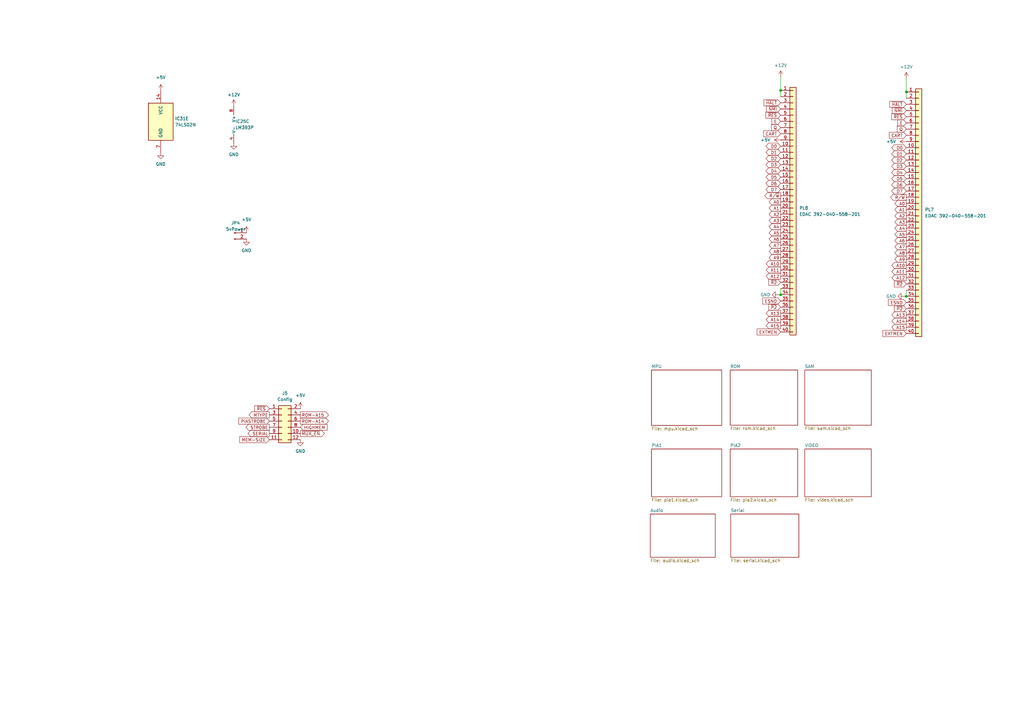
<source format=kicad_sch>
(kicad_sch (version 20250114) (generator "eeschema") (generator_version "9.0")
  (paper "A3")
  (title_block (title "Dragon 32 CPU UK PAL") (date "2023-05-25") (rev "3.0") (company "Dragon Data") (comment 1 "Recreation by Julian Brown"))
  (lib_symbols
    (symbol "74xx:74LS02" (pin_names (offset 1.016))
      (property "Reference" "U" (at 0 1.27 0))
      (property "Value" "74LS02" (at 0 -1.27 0))
      (symbol "74LS02_1_1"
        (arc (start -3.81 3.81) (mid -2.589 0) (end -3.81 -3.81) (stroke (width 0.254)))
        (polyline (pts (xy -3.81 3.81) (xy -0.635 3.81)) (stroke (width 0.254)) (fill (type background)))
        (polyline (pts (xy -3.81 -3.81) (xy -0.635 -3.81)) (stroke (width 0.254)) (fill (type background)))
        (arc (start 3.81 0) (mid 2.1855 -2.584) (end -0.6096 -3.81) (stroke (width 0.254)) (fill (type background)))
        (arc (start -0.6096 3.81) (mid 2.1929 2.5925) (end 3.81 0) (stroke (width 0.254)) (fill (type background)))
        (polyline (pts (xy -0.635 3.81) (xy -3.81 3.81) (xy -3.81 3.81) (xy -3.556 3.4036) (xy -3.0226 2.2606) (xy -2.6924 1.0414) (xy -2.6162 -0.254) (xy -2.7686 -1.4986) (xy -3.175 -2.7178) (xy -3.81 -3.81) (xy -3.81 -3.81) (xy -0.635 -3.81)) (stroke (width -25.4)) (fill (type background)))
        (pin input line (at -7.62 2.54 0) (length 4.318) (name "~") (number "2"))
        (pin input line (at -7.62 -2.54 0) (length 4.318) (name "~") (number "3"))
        (pin output inverted (at 7.62 0 180) (length 3.81) (name "~") (number "1"))
      )
      (symbol "74LS02_1_2"
        (arc (start 0 3.81) (mid 3.7934 0) (end 0 -3.81) (stroke (width 0.254)) (fill (type background)))
        (polyline (pts (xy 0 3.81) (xy -3.81 3.81) (xy -3.81 -3.81) (xy 0 -3.81)) (stroke (width 0.254)) (fill (type background)))
        (pin input inverted (at -7.62 2.54 0) (length 3.81) (name "~") (number "2"))
        (pin input inverted (at -7.62 -2.54 0) (length 3.81) (name "~") (number "3"))
        (pin output line (at 7.62 0 180) (length 3.81) (name "~") (number "1"))
      )
      (symbol "74LS02_2_1"
        (arc (start -3.81 3.81) (mid -2.589 0) (end -3.81 -3.81) (stroke (width 0.254)))
        (polyline (pts (xy -3.81 3.81) (xy -0.635 3.81)) (stroke (width 0.254)) (fill (type background)))
        (polyline (pts (xy -3.81 -3.81) (xy -0.635 -3.81)) (stroke (width 0.254)) (fill (type background)))
        (arc (start 3.81 0) (mid 2.1855 -2.584) (end -0.6096 -3.81) (stroke (width 0.254)) (fill (type background)))
        (arc (start -0.6096 3.81) (mid 2.1929 2.5925) (end 3.81 0) (stroke (width 0.254)) (fill (type background)))
        (polyline (pts (xy -0.635 3.81) (xy -3.81 3.81) (xy -3.81 3.81) (xy -3.556 3.4036) (xy -3.0226 2.2606) (xy -2.6924 1.0414) (xy -2.6162 -0.254) (xy -2.7686 -1.4986) (xy -3.175 -2.7178) (xy -3.81 -3.81) (xy -3.81 -3.81) (xy -0.635 -3.81)) (stroke (width -25.4)) (fill (type background)))
        (pin input line (at -7.62 2.54 0) (length 4.318) (name "~") (number "5"))
        (pin input line (at -7.62 -2.54 0) (length 4.318) (name "~") (number "6"))
        (pin output inverted (at 7.62 0 180) (length 3.81) (name "~") (number "4"))
      )
      (symbol "74LS02_2_2"
        (arc (start 0 3.81) (mid 3.7934 0) (end 0 -3.81) (stroke (width 0.254)) (fill (type background)))
        (polyline (pts (xy 0 3.81) (xy -3.81 3.81) (xy -3.81 -3.81) (xy 0 -3.81)) (stroke (width 0.254)) (fill (type background)))
        (pin input inverted (at -7.62 2.54 0) (length 3.81) (name "~") (number "5"))
        (pin input inverted (at -7.62 -2.54 0) (length 3.81) (name "~") (number "6"))
        (pin output line (at 7.62 0 180) (length 3.81) (name "~") (number "4"))
      )
      (symbol "74LS02_3_1"
        (arc (start -3.81 3.81) (mid -2.589 0) (end -3.81 -3.81) (stroke (width 0.254)))
        (polyline (pts (xy -3.81 3.81) (xy -0.635 3.81)) (stroke (width 0.254)) (fill (type background)))
        (polyline (pts (xy -3.81 -3.81) (xy -0.635 -3.81)) (stroke (width 0.254)) (fill (type background)))
        (arc (start 3.81 0) (mid 2.1855 -2.584) (end -0.6096 -3.81) (stroke (width 0.254)) (fill (type background)))
        (arc (start -0.6096 3.81) (mid 2.1929 2.5925) (end 3.81 0) (stroke (width 0.254)) (fill (type background)))
        (polyline (pts (xy -0.635 3.81) (xy -3.81 3.81) (xy -3.81 3.81) (xy -3.556 3.4036) (xy -3.0226 2.2606) (xy -2.6924 1.0414) (xy -2.6162 -0.254) (xy -2.7686 -1.4986) (xy -3.175 -2.7178) (xy -3.81 -3.81) (xy -3.81 -3.81) (xy -0.635 -3.81)) (stroke (width -25.4)) (fill (type background)))
        (pin input line (at -7.62 2.54 0) (length 4.318) (name "~") (number "8"))
        (pin input line (at -7.62 -2.54 0) (length 4.318) (name "~") (number "9"))
        (pin output inverted (at 7.62 0 180) (length 3.81) (name "~") (number "10"))
      )
      (symbol "74LS02_3_2"
        (arc (start 0 3.81) (mid 3.7934 0) (end 0 -3.81) (stroke (width 0.254)) (fill (type background)))
        (polyline (pts (xy 0 3.81) (xy -3.81 3.81) (xy -3.81 -3.81) (xy 0 -3.81)) (stroke (width 0.254)) (fill (type background)))
        (pin input inverted (at -7.62 2.54 0) (length 3.81) (name "~") (number "8"))
        (pin input inverted (at -7.62 -2.54 0) (length 3.81) (name "~") (number "9"))
        (pin output line (at 7.62 0 180) (length 3.81) (name "~") (number "10"))
      )
      (symbol "74LS02_4_1"
        (arc (start -3.81 3.81) (mid -2.589 0) (end -3.81 -3.81) (stroke (width 0.254)))
        (polyline (pts (xy -3.81 3.81) (xy -0.635 3.81)) (stroke (width 0.254)) (fill (type background)))
        (polyline (pts (xy -3.81 -3.81) (xy -0.635 -3.81)) (stroke (width 0.254)) (fill (type background)))
        (arc (start 3.81 0) (mid 2.1855 -2.584) (end -0.6096 -3.81) (stroke (width 0.254)) (fill (type background)))
        (arc (start -0.6096 3.81) (mid 2.1929 2.5925) (end 3.81 0) (stroke (width 0.254)) (fill (type background)))
        (polyline (pts (xy -0.635 3.81) (xy -3.81 3.81) (xy -3.81 3.81) (xy -3.556 3.4036) (xy -3.0226 2.2606) (xy -2.6924 1.0414) (xy -2.6162 -0.254) (xy -2.7686 -1.4986) (xy -3.175 -2.7178) (xy -3.81 -3.81) (xy -3.81 -3.81) (xy -0.635 -3.81)) (stroke (width -25.4)) (fill (type background)))
        (pin input line (at -7.62 2.54 0) (length 4.318) (name "~") (number "11"))
        (pin input line (at -7.62 -2.54 0) (length 4.318) (name "~") (number "12"))
        (pin output inverted (at 7.62 0 180) (length 3.81) (name "~") (number "13"))
      )
      (symbol "74LS02_4_2"
        (arc (start 0 3.81) (mid 3.7934 0) (end 0 -3.81) (stroke (width 0.254)) (fill (type background)))
        (polyline (pts (xy 0 3.81) (xy -3.81 3.81) (xy -3.81 -3.81) (xy 0 -3.81)) (stroke (width 0.254)) (fill (type background)))
        (pin input inverted (at -7.62 2.54 0) (length 3.81) (name "~") (number "11"))
        (pin input inverted (at -7.62 -2.54 0) (length 3.81) (name "~") (number "12"))
        (pin output line (at 7.62 0 180) (length 3.81) (name "~") (number "13"))
      )
      (symbol "74LS02_5_0"
        (pin power_in line (at 0 12.7 270) (length 5.08) (name "VCC") (number "14"))
        (pin power_in line (at 0 -12.7 90) (length 5.08) (name "GND") (number "7"))
      )
      (symbol "74LS02_5_1"
        (rectangle (start -5.08 7.62) (end 5.08 -7.62) (stroke (width 0.254)) (fill (type background)))
      )
    )
    (symbol "Comparator:LM393" (pin_names (offset 0.127))
      (property "Reference" "U" (at 3.81 3.81 0))
      (property "Value" "LM393" (at 6.35 -3.81 0))
      (symbol "LM393_1_1"
        (polyline (pts (xy -5.08 5.08) (xy 5.08 0) (xy -5.08 -5.08) (xy -5.08 5.08)) (stroke (width 0.254)) (fill (type background)))
        (polyline (pts (xy 3.302 -0.508) (xy 2.794 -0.508) (xy 3.302 0) (xy 2.794 0.508) (xy 2.286 0) (xy 2.794 -0.508) (xy 2.286 -0.508)) (stroke (width 0.127)))
        (pin input line (at -7.62 2.54 0) (length 2.54) (name "+") (number "3"))
        (pin input line (at -7.62 -2.54 0) (length 2.54) (name "-") (number "2"))
        (pin open_collector line (at 7.62 0 180) (length 2.54) (name "~") (number "1"))
      )
      (symbol "LM393_2_1"
        (polyline (pts (xy -5.08 5.08) (xy 5.08 0) (xy -5.08 -5.08) (xy -5.08 5.08)) (stroke (width 0.254)) (fill (type background)))
        (polyline (pts (xy 3.302 -0.508) (xy 2.794 -0.508) (xy 3.302 0) (xy 2.794 0.508) (xy 2.286 0) (xy 2.794 -0.508) (xy 2.286 -0.508)) (stroke (width 0.127)))
        (pin input line (at -7.62 2.54 0) (length 2.54) (name "+") (number "5"))
        (pin input line (at -7.62 -2.54 0) (length 2.54) (name "_") (number "6"))
        (pin open_collector line (at 7.62 0 180) (length 2.54) (name "~") (number "7"))
      )
      (symbol "LM393_3_1"
        (pin power_in line (at -2.54 7.62 270) (length 3.81) (name "V+") (number "8"))
        (pin power_in line (at -2.54 -7.62 90) (length 3.81) (name "V-") (number "4"))
      )
    )
    (symbol "Connector:Conn_01x02_Pin" (pin_names (offset 1.016) (hide yes))
      (property "Reference" "J" (at 0 2.54 0))
      (property "Value" "Conn_01x02_Pin" (at 0 -5.08 0))
      (symbol "Conn_01x02_Pin_1_1"
        (rectangle (start 0.8636 0.127) (end 0 -0.127) (stroke (width 0.1524)) (fill (type outline)))
        (rectangle (start 0.8636 -2.413) (end 0 -2.667) (stroke (width 0.1524)) (fill (type outline)))
        (polyline (pts (xy 1.27 0) (xy 0.8636 0)) (stroke (width 0.1524)))
        (polyline (pts (xy 1.27 -2.54) (xy 0.8636 -2.54)) (stroke (width 0.1524)))
        (pin passive line (at 5.08 0 180) (length 3.81) (name "Pin_1") (number "1"))
        (pin passive line (at 5.08 -2.54 180) (length 3.81) (name "Pin_2") (number "2"))
      )
    )
    (symbol "Connector_Generic:Conn_01x40" (pin_names (offset 1.016) (hide yes))
      (property "Reference" "J" (at 0 50.8 0))
      (property "Value" "Conn_01x40" (at 0 -53.34 0))
      (symbol "Conn_01x40_1_1"
        (rectangle (start -1.27 49.53) (end 1.27 -52.07) (stroke (width 0.254)) (fill (type background)))
        (rectangle (start -1.27 48.387) (end 0 48.133) (stroke (width 0.1524)))
        (rectangle (start -1.27 45.847) (end 0 45.593) (stroke (width 0.1524)))
        (rectangle (start -1.27 43.307) (end 0 43.053) (stroke (width 0.1524)))
        (rectangle (start -1.27 40.767) (end 0 40.513) (stroke (width 0.1524)))
        (rectangle (start -1.27 38.227) (end 0 37.973) (stroke (width 0.1524)))
        (rectangle (start -1.27 35.687) (end 0 35.433) (stroke (width 0.1524)))
        (rectangle (start -1.27 33.147) (end 0 32.893) (stroke (width 0.1524)))
        (rectangle (start -1.27 30.607) (end 0 30.353) (stroke (width 0.1524)))
        (rectangle (start -1.27 28.067) (end 0 27.813) (stroke (width 0.1524)))
        (rectangle (start -1.27 25.527) (end 0 25.273) (stroke (width 0.1524)))
        (rectangle (start -1.27 22.987) (end 0 22.733) (stroke (width 0.1524)))
        (rectangle (start -1.27 20.447) (end 0 20.193) (stroke (width 0.1524)))
        (rectangle (start -1.27 17.907) (end 0 17.653) (stroke (width 0.1524)))
        (rectangle (start -1.27 15.367) (end 0 15.113) (stroke (width 0.1524)))
        (rectangle (start -1.27 12.827) (end 0 12.573) (stroke (width 0.1524)))
        (rectangle (start -1.27 10.287) (end 0 10.033) (stroke (width 0.1524)))
        (rectangle (start -1.27 7.747) (end 0 7.493) (stroke (width 0.1524)))
        (rectangle (start -1.27 5.207) (end 0 4.953) (stroke (width 0.1524)))
        (rectangle (start -1.27 2.667) (end 0 2.413) (stroke (width 0.1524)))
        (rectangle (start -1.27 0.127) (end 0 -0.127) (stroke (width 0.1524)))
        (rectangle (start -1.27 -2.413) (end 0 -2.667) (stroke (width 0.1524)))
        (rectangle (start -1.27 -4.953) (end 0 -5.207) (stroke (width 0.1524)))
        (rectangle (start -1.27 -7.493) (end 0 -7.747) (stroke (width 0.1524)))
        (rectangle (start -1.27 -10.033) (end 0 -10.287) (stroke (width 0.1524)))
        (rectangle (start -1.27 -12.573) (end 0 -12.827) (stroke (width 0.1524)))
        (rectangle (start -1.27 -15.113) (end 0 -15.367) (stroke (width 0.1524)))
        (rectangle (start -1.27 -17.653) (end 0 -17.907) (stroke (width 0.1524)))
        (rectangle (start -1.27 -20.193) (end 0 -20.447) (stroke (width 0.1524)))
        (rectangle (start -1.27 -22.733) (end 0 -22.987) (stroke (width 0.1524)))
        (rectangle (start -1.27 -25.273) (end 0 -25.527) (stroke (width 0.1524)))
        (rectangle (start -1.27 -27.813) (end 0 -28.067) (stroke (width 0.1524)))
        (rectangle (start -1.27 -30.353) (end 0 -30.607) (stroke (width 0.1524)))
        (rectangle (start -1.27 -32.893) (end 0 -33.147) (stroke (width 0.1524)))
        (rectangle (start -1.27 -35.433) (end 0 -35.687) (stroke (width 0.1524)))
        (rectangle (start -1.27 -37.973) (end 0 -38.227) (stroke (width 0.1524)))
        (rectangle (start -1.27 -40.513) (end 0 -40.767) (stroke (width 0.1524)))
        (rectangle (start -1.27 -43.053) (end 0 -43.307) (stroke (width 0.1524)))
        (rectangle (start -1.27 -45.593) (end 0 -45.847) (stroke (width 0.1524)))
        (rectangle (start -1.27 -48.133) (end 0 -48.387) (stroke (width 0.1524)))
        (rectangle (start -1.27 -50.673) (end 0 -50.927) (stroke (width 0.1524)))
        (pin passive line (at -5.08 48.26 0) (length 3.81) (name "Pin_1") (number "1"))
        (pin passive line (at -5.08 45.72 0) (length 3.81) (name "Pin_2") (number "2"))
        (pin passive line (at -5.08 43.18 0) (length 3.81) (name "Pin_3") (number "3"))
        (pin passive line (at -5.08 40.64 0) (length 3.81) (name "Pin_4") (number "4"))
        (pin passive line (at -5.08 38.1 0) (length 3.81) (name "Pin_5") (number "5"))
        (pin passive line (at -5.08 35.56 0) (length 3.81) (name "Pin_6") (number "6"))
        (pin passive line (at -5.08 33.02 0) (length 3.81) (name "Pin_7") (number "7"))
        (pin passive line (at -5.08 30.48 0) (length 3.81) (name "Pin_8") (number "8"))
        (pin passive line (at -5.08 27.94 0) (length 3.81) (name "Pin_9") (number "9"))
        (pin passive line (at -5.08 25.4 0) (length 3.81) (name "Pin_10") (number "10"))
        (pin passive line (at -5.08 22.86 0) (length 3.81) (name "Pin_11") (number "11"))
        (pin passive line (at -5.08 20.32 0) (length 3.81) (name "Pin_12") (number "12"))
        (pin passive line (at -5.08 17.78 0) (length 3.81) (name "Pin_13") (number "13"))
        (pin passive line (at -5.08 15.24 0) (length 3.81) (name "Pin_14") (number "14"))
        (pin passive line (at -5.08 12.7 0) (length 3.81) (name "Pin_15") (number "15"))
        (pin passive line (at -5.08 10.16 0) (length 3.81) (name "Pin_16") (number "16"))
        (pin passive line (at -5.08 7.62 0) (length 3.81) (name "Pin_17") (number "17"))
        (pin passive line (at -5.08 5.08 0) (length 3.81) (name "Pin_18") (number "18"))
        (pin passive line (at -5.08 2.54 0) (length 3.81) (name "Pin_19") (number "19"))
        (pin passive line (at -5.08 0 0) (length 3.81) (name "Pin_20") (number "20"))
        (pin passive line (at -5.08 -2.54 0) (length 3.81) (name "Pin_21") (number "21"))
        (pin passive line (at -5.08 -5.08 0) (length 3.81) (name "Pin_22") (number "22"))
        (pin passive line (at -5.08 -7.62 0) (length 3.81) (name "Pin_23") (number "23"))
        (pin passive line (at -5.08 -10.16 0) (length 3.81) (name "Pin_24") (number "24"))
        (pin passive line (at -5.08 -12.7 0) (length 3.81) (name "Pin_25") (number "25"))
        (pin passive line (at -5.08 -15.24 0) (length 3.81) (name "Pin_26") (number "26"))
        (pin passive line (at -5.08 -17.78 0) (length 3.81) (name "Pin_27") (number "27"))
        (pin passive line (at -5.08 -20.32 0) (length 3.81) (name "Pin_28") (number "28"))
        (pin passive line (at -5.08 -22.86 0) (length 3.81) (name "Pin_29") (number "29"))
        (pin passive line (at -5.08 -25.4 0) (length 3.81) (name "Pin_30") (number "30"))
        (pin passive line (at -5.08 -27.94 0) (length 3.81) (name "Pin_31") (number "31"))
        (pin passive line (at -5.08 -30.48 0) (length 3.81) (name "Pin_32") (number "32"))
        (pin passive line (at -5.08 -33.02 0) (length 3.81) (name "Pin_33") (number "33"))
        (pin passive line (at -5.08 -35.56 0) (length 3.81) (name "Pin_34") (number "34"))
        (pin passive line (at -5.08 -38.1 0) (length 3.81) (name "Pin_35") (number "35"))
        (pin passive line (at -5.08 -40.64 0) (length 3.81) (name "Pin_36") (number "36"))
        (pin passive line (at -5.08 -43.18 0) (length 3.81) (name "Pin_37") (number "37"))
        (pin passive line (at -5.08 -45.72 0) (length 3.81) (name "Pin_38") (number "38"))
        (pin passive line (at -5.08 -48.26 0) (length 3.81) (name "Pin_39") (number "39"))
        (pin passive line (at -5.08 -50.8 0) (length 3.81) (name "Pin_40") (number "40"))
      )
    )
    (symbol "Connector_Generic:Conn_02x06_Odd_Even" (pin_names (offset 1.016) (hide yes))
      (property "Reference" "J" (at 1.27 7.62 0))
      (property "Value" "Conn_02x06_Odd_Even" (at 1.27 -10.16 0))
      (symbol "Conn_02x06_Odd_Even_1_1"
        (rectangle (start -1.27 6.35) (end 3.81 -8.89) (stroke (width 0.254)) (fill (type background)))
        (rectangle (start -1.27 5.207) (end 0 4.953) (stroke (width 0.1524)))
        (rectangle (start -1.27 2.667) (end 0 2.413) (stroke (width 0.1524)))
        (rectangle (start -1.27 0.127) (end 0 -0.127) (stroke (width 0.1524)))
        (rectangle (start -1.27 -2.413) (end 0 -2.667) (stroke (width 0.1524)))
        (rectangle (start -1.27 -4.953) (end 0 -5.207) (stroke (width 0.1524)))
        (rectangle (start -1.27 -7.493) (end 0 -7.747) (stroke (width 0.1524)))
        (rectangle (start 3.81 5.207) (end 2.54 4.953) (stroke (width 0.1524)))
        (rectangle (start 3.81 2.667) (end 2.54 2.413) (stroke (width 0.1524)))
        (rectangle (start 3.81 0.127) (end 2.54 -0.127) (stroke (width 0.1524)))
        (rectangle (start 3.81 -2.413) (end 2.54 -2.667) (stroke (width 0.1524)))
        (rectangle (start 3.81 -4.953) (end 2.54 -5.207) (stroke (width 0.1524)))
        (rectangle (start 3.81 -7.493) (end 2.54 -7.747) (stroke (width 0.1524)))
        (pin passive line (at -5.08 5.08 0) (length 3.81) (name "Pin_1") (number "1"))
        (pin passive line (at -5.08 2.54 0) (length 3.81) (name "Pin_3") (number "3"))
        (pin passive line (at -5.08 0 0) (length 3.81) (name "Pin_5") (number "5"))
        (pin passive line (at -5.08 -2.54 0) (length 3.81) (name "Pin_7") (number "7"))
        (pin passive line (at -5.08 -5.08 0) (length 3.81) (name "Pin_9") (number "9"))
        (pin passive line (at -5.08 -7.62 0) (length 3.81) (name "Pin_11") (number "11"))
        (pin passive line (at 7.62 5.08 180) (length 3.81) (name "Pin_2") (number "2"))
        (pin passive line (at 7.62 2.54 180) (length 3.81) (name "Pin_4") (number "4"))
        (pin passive line (at 7.62 0 180) (length 3.81) (name "Pin_6") (number "6"))
        (pin passive line (at 7.62 -2.54 180) (length 3.81) (name "Pin_8") (number "8"))
        (pin passive line (at 7.62 -5.08 180) (length 3.81) (name "Pin_10") (number "10"))
        (pin passive line (at 7.62 -7.62 180) (length 3.81) (name "Pin_12") (number "12"))
      )
    )
    (symbol "power:+12V" (power) (pin_names (offset 0))
      (property "Value" "+12V" (at 0 3.556 0))
      (symbol "+12V_0_1"
        (polyline (pts (xy -0.762 1.27) (xy 0 2.54)))
        (polyline (pts (xy 0 2.54) (xy 0.762 1.27)))
        (polyline (pts (xy 0 0) (xy 0 2.54)))
      )
      (symbol "+12V_1_1"
        (pin power_in line (at 0 0 90) (length 0) (hide yes) (name "+12V") (number "1"))
      )
    )
    (symbol "power:+5V" (power) (pin_names (offset 0))
      (property "Value" "+5V" (at 0 3.556 0))
      (symbol "+5V_0_1"
        (polyline (pts (xy -0.762 1.27) (xy 0 2.54)))
        (polyline (pts (xy 0 2.54) (xy 0.762 1.27)))
        (polyline (pts (xy 0 0) (xy 0 2.54)))
      )
      (symbol "+5V_1_1"
        (pin power_in line (at 0 0 90) (length 0) (hide yes) (name "+5V") (number "1"))
      )
    )
    (symbol "power:GND" (power) (pin_names (offset 0))
      (property "Value" "GND" (at 0 -3.81 0))
      (symbol "GND_0_1"
        (polyline (pts (xy 0 0) (xy 0 -1.27) (xy 1.27 -1.27) (xy 0 -2.54) (xy -1.27 -1.27) (xy 0 -1.27)))
      )
      (symbol "GND_1_1"
        (pin power_in line (at 0 0 270) (length 0) (hide yes) (name "GND") (number "1"))
      )
    )
  )
  (junction (at 371.729 121.539))
  (junction (at 320.167 120.904))
  (junction (at 371.729 37.719))
  (junction (at 320.167 37.084))
  (wire (pts (xy 371.729 118.999) (xy 371.729 121.539)))
  (wire (pts (xy 320.167 31.623) (xy 320.167 37.084)))
  (wire (pts (xy 320.167 37.084) (xy 320.167 39.624)))
  (wire (pts (xy 371.729 37.719) (xy 371.729 40.259)))
  (wire (pts (xy 371.729 32.258) (xy 371.729 37.719)))
  (wire (pts (xy 319.278 120.904) (xy 320.167 120.904)))
  (wire (pts (xy 320.167 118.364) (xy 320.167 120.904)))
  (wire (pts (xy 370.84 121.539) (xy 371.729 121.539)))
  (global_label "~{HALT}" (shape input) (at 320.167 42.164 180) (property "Intersheetrefs" "${INTERSHEET_REFS}" (effects (hide yes))))
  (global_label "A13" (shape output) (at 371.729 129.159 180) (property "Intersheetrefs" "${INTERSHEET_REFS}" (effects (hide yes))))
  (global_label "D4" (shape bidirectional) (at 320.167 70.104 180) (property "Intersheetrefs" "${INTERSHEET_REFS}" (effects (hide yes))))
  (global_label "D5" (shape bidirectional) (at 320.167 72.644 180) (property "Intersheetrefs" "${INTERSHEET_REFS}" (effects (hide yes))))
  (global_label "~{RES}" (shape input) (at 110.49 167.64 180) (property "Intersheetrefs" "${INTERSHEET_REFS}" (effects (hide yes))))
  (global_label "A7" (shape output) (at 371.729 101.219 180) (property "Intersheetrefs" "${INTERSHEET_REFS}" (effects (hide yes))))
  (global_label "ROM-A15" (shape output) (at 123.19 170.18 0) (property "Intersheetrefs" "${INTERSHEET_REFS}" (effects (hide yes))))
  (global_label "D0" (shape bidirectional) (at 320.167 59.944 180) (property "Intersheetrefs" "${INTERSHEET_REFS}" (effects (hide yes))))
  (global_label "ESND" (shape input) (at 320.167 123.444 180) (property "Intersheetrefs" "${INTERSHEET_REFS}" (effects (hide yes))))
  (global_label "A15" (shape output) (at 320.167 133.604 180) (property "Intersheetrefs" "${INTERSHEET_REFS}" (effects (hide yes))))
  (global_label "D6" (shape bidirectional) (at 320.167 75.184 180) (property "Intersheetrefs" "${INTERSHEET_REFS}" (effects (hide yes))))
  (global_label "A12" (shape output) (at 320.167 113.284 180) (property "Intersheetrefs" "${INTERSHEET_REFS}" (effects (hide yes))))
  (global_label "EXTMEN" (shape input) (at 320.167 136.144 180) (property "Intersheetrefs" "${INTERSHEET_REFS}" (effects (hide yes))))
  (global_label "A1" (shape output) (at 320.167 85.344 180) (property "Intersheetrefs" "${INTERSHEET_REFS}" (effects (hide yes))))
  (global_label "D2" (shape bidirectional) (at 371.729 65.659 180) (property "Intersheetrefs" "${INTERSHEET_REFS}" (effects (hide yes))))
  (global_label "A10" (shape output) (at 371.729 108.839 180) (property "Intersheetrefs" "${INTERSHEET_REFS}" (effects (hide yes))))
  (global_label "A7" (shape output) (at 320.167 100.584 180) (property "Intersheetrefs" "${INTERSHEET_REFS}" (effects (hide yes))))
  (global_label "CART" (shape input) (at 320.167 54.864 180) (property "Intersheetrefs" "${INTERSHEET_REFS}" (effects (hide yes))))
  (global_label "MEM-SIZE" (shape input) (at 110.49 180.34 180) (property "Intersheetrefs" "${INTERSHEET_REFS}" (effects (hide yes))))
  (global_label "~{NMI}" (shape input) (at 320.167 44.704 180) (property "Intersheetrefs" "${INTERSHEET_REFS}" (effects (hide yes))))
  (global_label "~{P2}" (shape input) (at 371.729 126.619 180) (property "Intersheetrefs" "${INTERSHEET_REFS}" (effects (hide yes))))
  (global_label "EXTMEN" (shape input) (at 371.729 136.779 180) (property "Intersheetrefs" "${INTERSHEET_REFS}" (effects (hide yes))))
  (global_label "A5" (shape output) (at 320.167 95.504 180) (property "Intersheetrefs" "${INTERSHEET_REFS}" (effects (hide yes))))
  (global_label "A2" (shape output) (at 320.167 87.884 180) (property "Intersheetrefs" "${INTERSHEET_REFS}" (effects (hide yes))))
  (global_label "STROBE" (shape output) (at 110.49 175.26 180) (property "Intersheetrefs" "${INTERSHEET_REFS}" (effects (hide yes))))
  (global_label "A14" (shape output) (at 371.729 131.699 180) (property "Intersheetrefs" "${INTERSHEET_REFS}" (effects (hide yes))))
  (global_label "R{slash}~{W}" (shape output) (at 371.729 80.899 180) (property "Intersheetrefs" "${INTERSHEET_REFS}" (effects (hide yes))))
  (global_label "A11" (shape output) (at 320.167 110.744 180) (property "Intersheetrefs" "${INTERSHEET_REFS}" (effects (hide yes))))
  (global_label "A1" (shape output) (at 371.729 85.979 180) (property "Intersheetrefs" "${INTERSHEET_REFS}" (effects (hide yes))))
  (global_label "~{NMI}" (shape input) (at 371.729 45.339 180) (property "Intersheetrefs" "${INTERSHEET_REFS}" (effects (hide yes))))
  (global_label "~{RES}" (shape input) (at 371.729 47.879 180) (property "Intersheetrefs" "${INTERSHEET_REFS}" (effects (hide yes))))
  (global_label "CART" (shape input) (at 371.729 55.499 180) (property "Intersheetrefs" "${INTERSHEET_REFS}" (effects (hide yes))))
  (global_label "ESND" (shape input) (at 371.729 124.079 180) (property "Intersheetrefs" "${INTERSHEET_REFS}" (effects (hide yes))))
  (global_label "D4" (shape bidirectional) (at 371.729 70.739 180) (property "Intersheetrefs" "${INTERSHEET_REFS}" (effects (hide yes))))
  (global_label "D1" (shape bidirectional) (at 371.729 63.119 180) (property "Intersheetrefs" "${INTERSHEET_REFS}" (effects (hide yes))))
  (global_label "Q" (shape input) (at 320.167 52.324 180) (property "Intersheetrefs" "${INTERSHEET_REFS}" (effects (hide yes))))
  (global_label "HIGHMEM" (shape input) (at 123.19 175.26 0) (property "Intersheetrefs" "${INTERSHEET_REFS}" (effects (hide yes))))
  (global_label "A4" (shape output) (at 320.167 92.964 180) (property "Intersheetrefs" "${INTERSHEET_REFS}" (effects (hide yes))))
  (global_label "D2" (shape bidirectional) (at 320.167 65.024 180) (property "Intersheetrefs" "${INTERSHEET_REFS}" (effects (hide yes))))
  (global_label "Q" (shape input) (at 371.729 52.959 180) (property "Intersheetrefs" "${INTERSHEET_REFS}" (effects (hide yes))))
  (global_label "A3" (shape output) (at 320.167 90.424 180) (property "Intersheetrefs" "${INTERSHEET_REFS}" (effects (hide yes))))
  (global_label "D7" (shape bidirectional) (at 371.729 78.359 180) (property "Intersheetrefs" "${INTERSHEET_REFS}" (effects (hide yes))))
  (global_label "MTYPE" (shape output) (at 110.49 170.18 180) (property "Intersheetrefs" "${INTERSHEET_REFS}" (effects (hide yes))))
  (global_label "A13" (shape output) (at 320.167 128.524 180) (property "Intersheetrefs" "${INTERSHEET_REFS}" (effects (hide yes))))
  (global_label "~{R2}" (shape input) (at 320.167 115.824 180) (property "Intersheetrefs" "${INTERSHEET_REFS}" (effects (hide yes))))
  (global_label "A6" (shape output) (at 371.729 98.679 180) (property "Intersheetrefs" "${INTERSHEET_REFS}" (effects (hide yes))))
  (global_label "A0" (shape output) (at 320.167 82.804 180) (property "Intersheetrefs" "${INTERSHEET_REFS}" (effects (hide yes))))
  (global_label "A8" (shape output) (at 320.167 103.124 180) (property "Intersheetrefs" "${INTERSHEET_REFS}" (effects (hide yes))))
  (global_label "~{MUX_EN}" (shape output) (at 123.19 177.8 0) (property "Intersheetrefs" "${INTERSHEET_REFS}" (effects (hide yes))))
  (global_label "A12" (shape output) (at 371.729 113.919 180) (property "Intersheetrefs" "${INTERSHEET_REFS}" (effects (hide yes))))
  (global_label "E" (shape input) (at 371.729 50.419 180) (property "Intersheetrefs" "${INTERSHEET_REFS}" (effects (hide yes))))
  (global_label "A9" (shape output) (at 371.729 106.299 180) (property "Intersheetrefs" "${INTERSHEET_REFS}" (effects (hide yes))))
  (global_label "ROM-A14" (shape output) (at 123.19 172.72 0) (property "Intersheetrefs" "${INTERSHEET_REFS}" (effects (hide yes))))
  (global_label "~{HALT}" (shape input) (at 371.729 42.799 180) (property "Intersheetrefs" "${INTERSHEET_REFS}" (effects (hide yes))))
  (global_label "PIASTROBE" (shape input) (at 110.49 172.72 180) (property "Intersheetrefs" "${INTERSHEET_REFS}" (effects (hide yes))))
  (global_label "A0" (shape output) (at 371.729 83.439 180) (property "Intersheetrefs" "${INTERSHEET_REFS}" (effects (hide yes))))
  (global_label "A2" (shape output) (at 371.729 88.519 180) (property "Intersheetrefs" "${INTERSHEET_REFS}" (effects (hide yes))))
  (global_label "~{P2}" (shape input) (at 320.167 125.984 180) (property "Intersheetrefs" "${INTERSHEET_REFS}" (effects (hide yes))))
  (global_label "A11" (shape output) (at 371.729 111.379 180) (property "Intersheetrefs" "${INTERSHEET_REFS}" (effects (hide yes))))
  (global_label "R{slash}~{W}" (shape output) (at 320.167 80.264 180) (property "Intersheetrefs" "${INTERSHEET_REFS}" (effects (hide yes))))
  (global_label "A8" (shape output) (at 371.729 103.759 180) (property "Intersheetrefs" "${INTERSHEET_REFS}" (effects (hide yes))))
  (global_label "A4" (shape output) (at 371.729 93.599 180) (property "Intersheetrefs" "${INTERSHEET_REFS}" (effects (hide yes))))
  (global_label "SERIAL" (shape output) (at 110.49 177.8 180) (property "Intersheetrefs" "${INTERSHEET_REFS}" (effects (hide yes))))
  (global_label "D6" (shape bidirectional) (at 371.729 75.819 180) (property "Intersheetrefs" "${INTERSHEET_REFS}" (effects (hide yes))))
  (global_label "D7" (shape bidirectional) (at 320.167 77.724 180) (property "Intersheetrefs" "${INTERSHEET_REFS}" (effects (hide yes))))
  (global_label "A6" (shape output) (at 320.167 98.044 180) (property "Intersheetrefs" "${INTERSHEET_REFS}" (effects (hide yes))))
  (global_label "D5" (shape bidirectional) (at 371.729 73.279 180) (property "Intersheetrefs" "${INTERSHEET_REFS}" (effects (hide yes))))
  (global_label "A14" (shape output) (at 320.167 131.064 180) (property "Intersheetrefs" "${INTERSHEET_REFS}" (effects (hide yes))))
  (global_label "~{RES}" (shape input) (at 320.167 47.244 180) (property "Intersheetrefs" "${INTERSHEET_REFS}" (effects (hide yes))))
  (global_label "A3" (shape output) (at 371.729 91.059 180) (property "Intersheetrefs" "${INTERSHEET_REFS}" (effects (hide yes))))
  (global_label "A10" (shape output) (at 320.167 108.204 180) (property "Intersheetrefs" "${INTERSHEET_REFS}" (effects (hide yes))))
  (global_label "D1" (shape bidirectional) (at 320.167 62.484 180) (property "Intersheetrefs" "${INTERSHEET_REFS}" (effects (hide yes))))
  (global_label "~{R2}" (shape input) (at 371.729 116.459 180) (property "Intersheetrefs" "${INTERSHEET_REFS}" (effects (hide yes))))
  (global_label "D0" (shape bidirectional) (at 371.729 60.579 180) (property "Intersheetrefs" "${INTERSHEET_REFS}" (effects (hide yes))))
  (global_label "A5" (shape output) (at 371.729 96.139 180) (property "Intersheetrefs" "${INTERSHEET_REFS}" (effects (hide yes))))
  (global_label "D3" (shape bidirectional) (at 371.729 68.199 180) (property "Intersheetrefs" "${INTERSHEET_REFS}" (effects (hide yes))))
  (global_label "A9" (shape output) (at 320.167 105.664 180) (property "Intersheetrefs" "${INTERSHEET_REFS}" (effects (hide yes))))
  (global_label "E" (shape input) (at 320.167 49.784 180) (property "Intersheetrefs" "${INTERSHEET_REFS}" (effects (hide yes))))
  (global_label "D3" (shape bidirectional) (at 320.167 67.564 180) (property "Intersheetrefs" "${INTERSHEET_REFS}" (effects (hide yes))))
  (global_label "A15" (shape output) (at 371.729 134.239 180) (property "Intersheetrefs" "${INTERSHEET_REFS}" (effects (hide yes))))
  (symbol (lib_id "Comparator:LM393") (at 98.425 51.054 0) (unit 3)
    (property "Reference" "IC25" (at 96.52 49.7839 0) (effects (justify left)))
    (property "Value" "LM393P" (at 96.52 52.3239 0) (effects (justify left)))
    (property "Footprint" "Package_DIP:DIP-8_W7.62mm" (effects (hide yes)))
    (property "Datasheet" "http://www.ti.com/lit/ds/symlink/lm393.pdf" (effects (hide yes)))
    (property "DigiKey" "296-1398-5-ND" (effects (hide yes)))
    (property "LCSC" "C5209" (effects (hide yes)))
  )
  (symbol (lib_id "power:+5V") (at 371.729 58.039 90) (unit 1)
    (property "Reference" "#PWR0101" (effects (hide yes)))
    (property "Value" "+5V" (at 367.538 58.0389 90) (effects (justify left)))
  )
  (symbol (lib_id "power:+12V") (at 95.885 43.434 0) (unit 1)
    (property "Reference" "#PWR0105" (effects (hide yes)))
    (property "Value" "+12V" (at 95.885 38.862 0))
  )
  (symbol (lib_id "power:+5V") (at 123.19 167.64 0) (unit 1)
    (property "Reference" "#PWR071" (effects (hide yes)))
    (property "Value" "+5V" (at 123.19 162.179 0))
  )
  (symbol (lib_id "power:+5V") (at 101.092 95.504 0) (unit 1)
    (property "Reference" "#PWR040" (effects (hide yes)))
    (property "Value" "+5V" (at 101.092 90.043 0))
  )
  (symbol (lib_id "power:GND") (at 101.092 98.044 0) (unit 1)
    (property "Reference" "#PWR041" (effects (hide yes)))
    (property "Value" "GND" (at 101.092 102.743 0))
  )
  (symbol (lib_id "power:GND") (at 370.84 121.539 270) (unit 1)
    (property "Reference" "#PWR0102" (effects (hide yes)))
    (property "Value" "GND" (at 367.538 121.5389 90) (effects (justify right)))
  )
  (symbol (lib_id "power:GND") (at 123.19 180.34 0) (unit 1)
    (property "Reference" "#PWR072" (effects (hide yes)))
    (property "Value" "GND" (at 123.19 185.039 0))
  )
  (symbol (lib_id "power:GND") (at 95.885 58.674 0) (unit 1)
    (property "Reference" "#PWR0107" (effects (hide yes)))
    (property "Value" "GND" (at 95.885 63.373 0))
  )
  (symbol (lib_id "74xx:74LS02") (at 65.913 49.911 0) (unit 5)
    (property "Reference" "IC31" (at 71.755 48.6409 0) (effects (justify left)))
    (property "Value" "74LS02N" (at 71.755 51.1809 0) (effects (justify left)))
    (property "Footprint" "Package_DIP:DIP-14_W7.62mm" (effects (hide yes)))
    (property "Datasheet" "http://www.ti.com/lit/gpn/sn74ls02" (effects (hide yes)))
    (property "DigiKey" "296-1627-5-ND" (effects (hide yes)))
    (property "LCSC" "C22374091" (effects (hide yes)))
  )
  (symbol (lib_id "Connector_Generic:Conn_02x06_Odd_Even") (at 115.57 172.72 0) (unit 1)
    (property "Reference" "J5" (at 116.84 161.29 0))
    (property "Value" "Config" (at 116.84 163.83 0))
    (property "Footprint" "Connector_PinHeader_2.54mm:PinHeader_2x06_P2.54mm_Vertical" (effects (hide yes)))
    (property "Description" "Generic connector, double row, 02x06, odd/even pin numbering scheme (row 1 odd numbers, row 2 even numbers), script generated (kicad-library-utils/schlib/autogen/connector/)" (effects (hide yes)))
  )
  (symbol (lib_id "power:+5V") (at 65.913 37.211 0) (unit 1)
    (property "Reference" "#PWR0104" (effects (hide yes)))
    (property "Value" "+5V" (at 65.913 31.75 0))
  )
  (symbol (lib_id "power:+5V") (at 320.167 57.404 90) (unit 1)
    (property "Reference" "#PWR044" (effects (hide yes)))
    (property "Value" "+5V" (at 315.976 57.4039 90) (effects (justify left)))
  )
  (symbol (lib_id "Connector_Generic:Conn_01x40") (at 376.809 85.979 0) (unit 1)
    (property "Reference" "PL7" (at 379.349 85.9789 0) (effects (justify left)))
    (property "Value" "EDAC 392-040-558-201" (at 379.349 88.5189 0) (effects (justify left)))
    (property "Footprint" "Dragon:Edge_2x20_P2.54mm_OvalMP" (effects (hide yes)))
    (property "Datasheet" "https://files.edac.net/edac/content/342/342-040-558-212%20-%20EDAC%20Card%20Edge%20Connector.PDF" (effects (hide yes)))
    (property "DigiKey" "151-395-040-558-201-ND" (effects (hide yes)))
    (property "Mouser" "587-395-040-558-201" (effects (hide yes)))
  )
  (symbol (lib_id "Connector:Conn_01x02_Pin") (at 96.012 95.504 0) (unit 1)
    (property "Reference" "JP4" (at 96.647 91.44 0))
    (property "Value" "5vPower" (at 96.647 93.98 0))
    (property "Footprint" "Connector_PinHeader_2.54mm:PinHeader_1x02_P2.54mm_Vertical" (effects (hide yes)))
  )
  (symbol (lib_id "Connector_Generic:Conn_01x40") (at 325.247 85.344 0) (unit 1)
    (property "Reference" "PL8" (at 327.787 85.3439 0) (effects (justify left)))
    (property "Value" "EDAC 392-040-558-201" (at 327.787 87.8839 0) (effects (justify left)))
    (property "Footprint" "Connector_PinHeader_2.54mm:PinHeader_2x20_P2.54mm_Vertical" (effects (hide yes)))
    (property "DigiKey" "151-395-040-558-201-ND" (effects (hide yes)))
    (property "Mouser" "587-395-040-558-201" (effects (hide yes)))
  )
  (symbol (lib_id "power:GND") (at 65.913 62.611 0) (unit 1)
    (property "Reference" "#PWR0106" (effects (hide yes)))
    (property "Value" "GND" (at 65.913 67.31 0))
  )
  (symbol (lib_id "power:+12V") (at 320.167 31.623 0) (unit 1)
    (property "Reference" "#PWR043" (effects (hide yes)))
    (property "Value" "+12V" (at 320.167 26.797 0))
  )
  (symbol (lib_id "power:+12V") (at 371.729 32.258 0) (unit 1)
    (property "Reference" "#PWR0103" (effects (hide yes)))
    (property "Value" "+12V" (at 371.729 27.432 0))
  )
  (symbol (lib_id "power:GND") (at 319.278 120.904 270) (unit 1)
    (property "Reference" "#PWR042" (effects (hide yes)))
    (property "Value" "GND" (at 315.976 120.9039 90) (effects (justify right)))
  )
  (sheet (at 267.208 151.765) (size 28.829 22.733) (stroke (width 0.1524))
    (property "Sheetname" "MPU" (at 267.208 151.0534 0) (effects (justify left bottom)))
    (property "Sheetfile" "mpu.kicad_sch" (at 267.208 175.0826 0) (effects (justify left top)))
  )
  (sheet (at 299.466 184.15) (size 27.686 19.558) (stroke (width 0.1524))
    (property "Sheetname" "PIA2" (at 299.466 183.4384 0) (effects (justify left bottom)))
    (property "Sheetfile" "pia2.kicad_sch" (at 299.466 204.2926 0) (effects (justify left top)))
  )
  (sheet (at 299.72 210.82) (size 27.94 17.78) (stroke (width 0.1524))
    (property "Sheetname" "Serial" (at 299.72 210.1084 0) (effects (justify left bottom)))
    (property "Sheetfile" "serial.kicad_sch" (at 299.72 229.1846 0) (effects (justify left top)))
  )
  (sheet (at 267.208 184.15) (size 28.829 19.558) (stroke (width 0.1524))
    (property "Sheetname" "PIA1" (at 267.208 183.4384 0) (effects (justify left bottom)))
    (property "Sheetfile" "pia1.kicad_sch" (at 267.208 204.2926 0) (effects (justify left top)))
  )
  (sheet (at 266.7 210.82) (size 26.67 17.78) (stroke (width 0.1524))
    (property "Sheetname" "Audio" (at 266.7 210.1084 0) (effects (justify left bottom)))
    (property "Sheetfile" "audio.kicad_sch" (at 266.7 229.1846 0) (effects (justify left top)))
  )
  (sheet (at 299.466 151.765) (size 27.686 22.606) (stroke (width 0.1524))
    (property "Sheetname" "ROM" (at 299.466 151.0534 0) (effects (justify left bottom)))
    (property "Sheetfile" "rom.kicad_sch" (at 299.466 174.9556 0) (effects (justify left top)))
  )
  (sheet (at 330.073 151.765) (size 27.305 22.606) (stroke (width 0.1524))
    (property "Sheetname" "SAM" (at 330.073 151.0534 0) (effects (justify left bottom)))
    (property "Sheetfile" "sam.kicad_sch" (at 330.073 174.9556 0) (effects (justify left top)))
  )
  (sheet (at 330.073 184.15) (size 27.305 19.558) (stroke (width 0.1524))
    (property "Sheetname" "VIDEO" (at 330.073 183.4384 0) (effects (justify left bottom)))
    (property "Sheetfile" "video.kicad_sch" (at 330.073 204.2926 0) (effects (justify left top)))
  )
)
</source>
